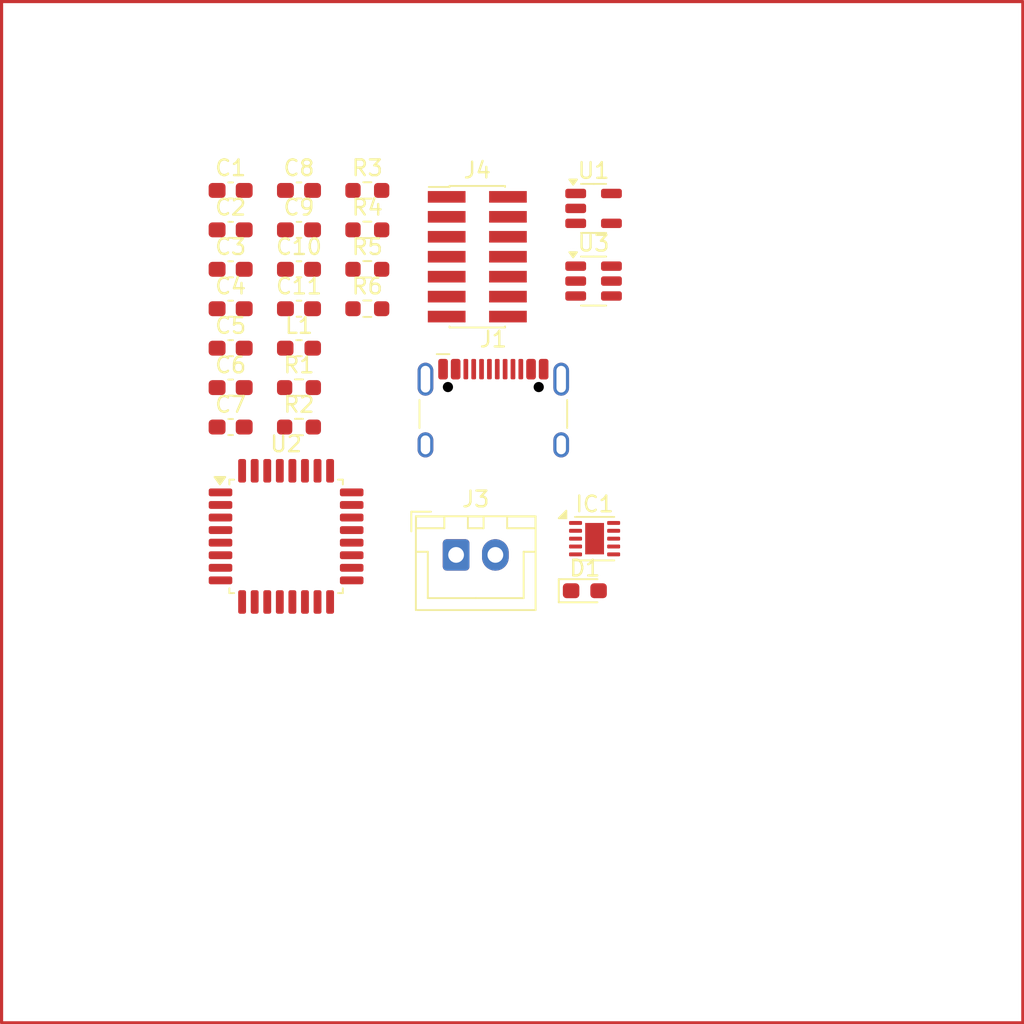
<source format=kicad_pcb>
(kicad_pcb (version 20240108) (generator "pcbnew") (generator_version "8.0")
  (title_block (title "Batterie") (date "2025-03-10") (company "ENSEA") (comment 1 "Léonard NAVIZET") (comment 2 "Clément Servaes"))
  (layers (0 "F.Cu" signal) (31 "B.Cu" signal) (34 "B.Paste" user) (35 "F.Paste" user) (36 "B.SilkS" user "B.Silkscreen") (37 "F.SilkS" user "F.Silkscreen") (38 "B.Mask" user) (39 "F.Mask" user) (44 "Edge.Cuts" user))
  (net 0 "")
  (net 1 "+5V")
  (net 2 "GND")
  (net 3 "SYS")
  (net 4 "BAT")
  (net 5 "+3.3V")
  (net 6 "+3.3VA")
  (net 7 "NRST")
  (net 8 "LED_Status")
  (net 9 "Net-(D1-K)")
  (net 10 "STAT2")
  (net 11 "Net-(IC1-ILIM{slash}VSET)")
  (net 12 "STAT1")
  (net 13 "Charge Enabler")
  (net 14 "Net-(IC1-ISET)")
  (net 15 "Net-(IC1-TS{slash}MR)")
  (net 17 "D_p_1")
  (net 20 "Net-(J1-CC1)")
  (net 21 "Net-(J1-CC2)")
  (net 24 "D_m_1")
  (net 28 "USART2_RX")
  (net 29 "USART2_TX")
  (net 30 "SYS_SWCLK")
  (net 32 "SYS_SWDIO")
  (net 37 "D_m_2")
  (net 47 "D_p_2")
  (footprint "Capacitor_SMD:C_0603_1608Metric_Pad1.08x0.95mm_HandSolder" (layer "F.Cu") (at 134.58 84.53)
    (property "Reference" "C2" (at 0 -1.43 0) (layer "F.SilkS"))
    (property "Value" "10uF")
    (fp_line (start -0.146267 -0.51) (end 0.146267 -0.51) (stroke (width 0.12)) (layer "F.SilkS"))
    (fp_line (start -0.146267 0.51) (end 0.146267 0.51) (stroke (width 0.12)) (layer "F.SilkS"))
    (pad "1" smd roundrect (at -0.8625 0) (size 1.075 0.95) (layers "F.Cu" "F.Paste" "F.Mask") (net 3 "SYS"))
    (pad "2" smd roundrect (at 0.8625 0) (size 1.075 0.95) (layers "F.Cu" "F.Paste" "F.Mask") (net 2 "GND"))
  )
  (footprint "Resistor_SMD:R_0603_1608Metric_Pad0.98x0.95mm_HandSolder" (layer "F.Cu") (at 138.93 94.57)
    (property "Reference" "R1" (at 0 -1.43 0) (layer "F.SilkS"))
    (property "Value" "100 k")
    (fp_line (start -0.254724 -0.5225) (end 0.254724 -0.5225) (stroke (width 0.12)) (layer "F.SilkS"))
    (fp_line (start -0.254724 0.5225) (end 0.254724 0.5225) (stroke (width 0.12)) (layer "F.SilkS"))
    (pad "1" smd roundrect (at -0.9125 0) (size 0.975 0.95) (layers "F.Cu" "F.Paste" "F.Mask") (net 9 "Net-(D1-K)"))
    (pad "2" smd roundrect (at 0.9125 0) (size 0.975 0.95) (layers "F.Cu" "F.Paste" "F.Mask") (net 2 "GND"))
  )
  (footprint "Capacitor_SMD:C_0603_1608Metric_Pad1.08x0.95mm_HandSolder" (layer "F.Cu") (at 138.93 87.04)
    (property "Reference" "C10" (at 0 -1.43 0) (layer "F.SilkS"))
    (property "Value" "100 nF")
    (fp_line (start -0.146267 -0.51) (end 0.146267 -0.51) (stroke (width 0.12)) (layer "F.SilkS"))
    (fp_line (start -0.146267 0.51) (end 0.146267 0.51) (stroke (width 0.12)) (layer "F.SilkS"))
    (pad "1" smd roundrect (at -0.8625 0) (size 1.075 0.95) (layers "F.Cu" "F.Paste" "F.Mask") (net 5 "+3.3V"))
    (pad "2" smd roundrect (at 0.8625 0) (size 1.075 0.95) (layers "F.Cu" "F.Paste" "F.Mask") (net 2 "GND"))
  )
  (footprint "Connector_USB:USB_C_Receptacle_HCTL_HC-TYPE-C-16P-01A" (layer "F.Cu") (at 151.3 97.14)
    (property "Reference" "J1" (at 0 -5.645 0) (layer "F.SilkS"))
    (property "Value" "USB_C_Receptacle_USB2.0_16P")
    (fp_line (start -4.7 -1.78) (end -4.7 0) (stroke (width 0.12)) (layer "F.SilkS"))
    (fp_line (start -2.8 -4.7) (end -3.6 -4.7) (stroke (width 0.12)) (layer "F.SilkS"))
    (fp_line (start 4.7 -1.78) (end 4.7 0) (stroke (width 0.12)) (layer "F.SilkS"))
    (pad "" np_thru_hole circle (at -2.89 -2.605) (size 0.65 0.65) (drill 0.65) (layers "*.Mask"))
    (pad "" np_thru_hole circle (at 2.89 -2.605) (size 0.65 0.65) (drill 0.65) (layers "*.Mask"))
    (pad "A1" smd roundrect (at -3.2 -3.745) (size 0.6 1.3) (layers "F.Cu" "F.Paste" "F.Mask") (net 2 "GND"))
    (pad "A4" smd roundrect (at -2.4 -3.745) (size 0.6 1.3) (layers "F.Cu" "F.Paste" "F.Mask") (net 1 "+5V"))
    (pad "A5" smd roundrect (at -1.25 -3.745) (size 0.3 1.3) (layers "F.Cu" "F.Paste" "F.Mask") (net 20 "Net-(J1-CC1)"))
    (pad "A6" smd roundrect (at -0.25 -3.745) (size 0.3 1.3) (layers "F.Cu" "F.Paste" "F.Mask") (net 17 "D_p_1"))
    (pad "A7" smd roundrect (at 0.25 -3.745) (size 0.3 1.3) (layers "F.Cu" "F.Paste" "F.Mask") (net 24 "D_m_1"))
    (pad "A8" smd roundrect (at 1.25 -3.745) (size 0.3 1.3) (layers "F.Cu" "F.Paste" "F.Mask"))
    (pad "A9" smd roundrect (at 2.4 -3.745) (size 0.6 1.3) (layers "F.Cu" "F.Paste" "F.Mask") (net 1 "+5V"))
    (pad "A12" smd roundrect (at 3.2 -3.745) (size 0.6 1.3) (layers "F.Cu" "F.Paste" "F.Mask") (net 2 "GND"))
    (pad "B1" smd roundrect (at 3.2 -3.745) (size 0.6 1.3) (layers "F.Cu" "F.Paste" "F.Mask") (net 2 "GND"))
    (pad "B4" smd roundrect (at 2.4 -3.745) (size 0.6 1.3) (layers "F.Cu" "F.Paste" "F.Mask") (net 1 "+5V"))
    (pad "B5" smd roundrect (at 1.75 -3.745) (size 0.3 1.3) (layers "F.Cu" "F.Paste" "F.Mask") (net 21 "Net-(J1-CC2)"))
    (pad "B6" smd roundrect (at 0.75 -3.745) (size 0.3 1.3) (layers "F.Cu" "F.Paste" "F.Mask") (net 17 "D_p_1"))
    (pad "B7" smd roundrect (at -0.75 -3.745) (size 0.3 1.3) (layers "F.Cu" "F.Paste" "F.Mask") (net 24 "D_m_1"))
    (pad "B8" smd roundrect (at -1.75 -3.745) (size 0.3 1.3) (layers "F.Cu" "F.Paste" "F.Mask"))
    (pad "B9" smd roundrect (at -2.4 -3.745) (size 0.6 1.3) (layers "F.Cu" "F.Paste" "F.Mask") (net 1 "+5V"))
    (pad "B12" smd roundrect (at -3.2 -3.745) (size 0.6 1.3) (layers "F.Cu" "F.Paste" "F.Mask") (net 2 "GND"))
    (pad "S1" thru_hole oval (at -4.32 -3.105) (size 1 2.1) (drill oval 0.6 1.7) (property pad_prop_heatsink) (layers "*.Cu" "*.Mask"))
    (pad "S1" thru_hole oval (at -4.32 1.075) (size 1 1.6) (drill oval 0.6 1.2) (property pad_prop_heatsink) (layers "*.Cu" "*.Mask"))
    (pad "S1" thru_hole oval (at 4.32 -3.105) (size 1 2.1) (drill oval 0.6 1.7) (property pad_prop_heatsink) (layers "*.Cu" "*.Mask"))
    (pad "S1" thru_hole oval (at 4.32 1.075) (size 1 1.6) (drill oval 0.6 1.2) (property pad_prop_heatsink) (layers "*.Cu" "*.Mask"))
  )
  (footprint "Package_QFP:LQFP-32_7x7mm_P0.8mm" (layer "F.Cu") (at 138.11 104.04)
    (property "Reference" "U2" (at 0 -5.88 0) (layer "F.SilkS"))
    (property "Value" "STM32G431KBTx")
    (fp_line (start -3.61 -3.61) (end -3.61 -3.31) (stroke (width 0.12)) (layer "F.SilkS"))
    (fp_line (start -3.61 3.61) (end -3.61 3.31) (stroke (width 0.12)) (layer "F.SilkS"))
    (fp_line (start -3.31 -3.61) (end -3.61 -3.61) (stroke (width 0.12)) (layer "F.SilkS"))
    (fp_line (start -3.31 3.61) (end -3.61 3.61) (stroke (width 0.12)) (layer "F.SilkS"))
    (fp_line (start 3.31 -3.61) (end 3.61 -3.61) (stroke (width 0.12)) (layer "F.SilkS"))
    (fp_line (start 3.31 3.61) (end 3.61 3.61) (stroke (width 0.12)) (layer "F.SilkS"))
    (fp_line (start 3.61 -3.61) (end 3.61 -3.31) (stroke (width 0.12)) (layer "F.SilkS"))
    (fp_line (start 3.61 3.61) (end 3.61 3.31) (stroke (width 0.12)) (layer "F.SilkS"))
    (fp_poly (pts (xy -4.2125 -3.31) (xy -4.5525 -3.78) (xy -3.8725 -3.78) (xy -4.2125 -3.31)) (stroke (width 0.12)) (fill solid) (layer "F.SilkS"))
    (pad "1" smd roundrect (at -4.175 -2.8) (size 1.5 0.5) (layers "F.Cu" "F.Paste" "F.Mask") (net 5 "+3.3V"))
    (pad "2" smd roundrect (at -4.175 -2) (size 1.5 0.5) (layers "F.Cu" "F.Paste" "F.Mask"))
    (pad "3" smd roundrect (at -4.175 -1.2) (size 1.5 0.5) (layers "F.Cu" "F.Paste" "F.Mask"))
    (pad "4" smd roundrect (at -4.175 -0.4) (size 1.5 0.5) (layers "F.Cu" "F.Paste" "F.Mask") (net 7 "NRST"))
    (pad "5" smd roundrect (at -4.175 0.4) (size 1.5 0.5) (layers "F.Cu" "F.Paste" "F.Mask"))
    (pad "6" smd roundrect (at -4.175 1.2) (size 1.5 0.5) (layers "F.Cu" "F.Paste" "F.Mask"))
    (pad "7" smd roundrect (at -4.175 2) (size 1.5 0.5) (layers "F.Cu" "F.Paste" "F.Mask") (net 29 "USART2_TX"))
    (pad "8" smd roundrect (at -4.175 2.8) (size 1.5 0.5) (layers "F.Cu" "F.Paste" "F.Mask") (net 28 "USART2_RX"))
    (pad "9" smd roundrect (at -2.8 4.175) (size 0.5 1.5) (layers "F.Cu" "F.Paste" "F.Mask"))
    (pad "10" smd roundrect (at -2 4.175) (size 0.5 1.5) (layers "F.Cu" "F.Paste" "F.Mask"))
    (pad "11" smd roundrect (at -1.2 4.175) (size 0.5 1.5) (layers "F.Cu" "F.Paste" "F.Mask"))
    (pad "12" smd roundrect (at -0.4 4.175) (size 0.5 1.5) (layers "F.Cu" "F.Paste" "F.Mask") (net 8 "LED_Status"))
    (pad "13" smd roundrect (at 0.4 4.175) (size 0.5 1.5) (layers "F.Cu" "F.Paste" "F.Mask"))
    (pad "14" smd roundrect (at 1.2 4.175) (size 0.5 1.5) (layers "F.Cu" "F.Paste" "F.Mask") (net 2 "GND"))
    (pad "15" smd roundrect (at 2 4.175) (size 0.5 1.5) (layers "F.Cu" "F.Paste" "F.Mask") (net 6 "+3.3VA"))
    (pad "16" smd roundrect (at 2.8 4.175) (size 0.5 1.5) (layers "F.Cu" "F.Paste" "F.Mask") (net 2 "GND"))
    (pad "17" smd roundrect (at 4.175 2.8) (size 1.5 0.5) (layers "F.Cu" "F.Paste" "F.Mask") (net 5 "+3.3V"))
    (pad "18" smd roundrect (at 4.175 2) (size 1.5 0.5) (layers "F.Cu" "F.Paste" "F.Mask"))
    (pad "19" smd roundrect (at 4.175 1.2) (size 1.5 0.5) (layers "F.Cu" "F.Paste" "F.Mask"))
    (pad "20" smd roundrect (at 4.175 0.4) (size 1.5 0.5) (layers "F.Cu" "F.Paste" "F.Mask"))
    (pad "21" smd roundrect (at 4.175 -0.4) (size 1.5 0.5) (layers "F.Cu" "F.Paste" "F.Mask") (net 37 "D_m_2"))
    (pad "22" smd roundrect (at 4.175 -1.2) (size 1.5 0.5) (layers "F.Cu" "F.Paste" "F.Mask") (net 47 "D_p_2"))
    (pad "23" smd roundrect (at 4.175 -2) (size 1.5 0.5) (layers "F.Cu" "F.Paste" "F.Mask") (net 32 "SYS_SWDIO"))
    (pad "24" smd roundrect (at 4.175 -2.8) (size 1.5 0.5) (layers "F.Cu" "F.Paste" "F.Mask") (net 30 "SYS_SWCLK"))
    (pad "25" smd roundrect (at 2.8 -4.175) (size 0.5 1.5) (layers "F.Cu" "F.Paste" "F.Mask"))
    (pad "26" smd roundrect (at 2 -4.175) (size 0.5 1.5) (layers "F.Cu" "F.Paste" "F.Mask"))
    (pad "27" smd roundrect (at 1.2 -4.175) (size 0.5 1.5) (layers "F.Cu" "F.Paste" "F.Mask"))
    (pad "28" smd roundrect (at 0.4 -4.175) (size 0.5 1.5) (layers "F.Cu" "F.Paste" "F.Mask"))
    (pad "29" smd roundrect (at -0.4 -4.175) (size 0.5 1.5) (layers "F.Cu" "F.Paste" "F.Mask"))
    (pad "30" smd roundrect (at -1.2 -4.175) (size 0.5 1.5) (layers "F.Cu" "F.Paste" "F.Mask"))
    (pad "31" smd roundrect (at -2 -4.175) (size 0.5 1.5) (layers "F.Cu" "F.Paste" "F.Mask"))
    (pad "32" smd roundrect (at -2.8 -4.175) (size 0.5 1.5) (layers "F.Cu" "F.Paste" "F.Mask") (net 2 "GND"))
  )
  (footprint "Resistor_SMD:R_0603_1608Metric_Pad0.98x0.95mm_HandSolder" (layer "F.Cu") (at 143.28 87.04)
    (property "Reference" "R5" (at 0 -1.43 0) (layer "F.SilkS"))
    (property "Value" "300")
    (fp_line (start -0.254724 -0.5225) (end 0.254724 -0.5225) (stroke (width 0.12)) (layer "F.SilkS"))
    (fp_line (start -0.254724 0.5225) (end 0.254724 0.5225) (stroke (width 0.12)) (layer "F.SilkS"))
    (pad "1" smd roundrect (at -0.9125 0) (size 0.975 0.95) (layers "F.Cu" "F.Paste" "F.Mask") (net 14 "Net-(IC1-ISET)"))
    (pad "2" smd roundrect (at 0.9125 0) (size 0.975 0.95) (layers "F.Cu" "F.Paste" "F.Mask") (net 2 "GND"))
  )
  (footprint "Capacitor_SMD:C_0603_1608Metric_Pad1.08x0.95mm_HandSolder" (layer "F.Cu") (at 134.58 89.55)
    (property "Reference" "C4" (at 0 -1.43 0) (layer "F.SilkS"))
    (property "Value" "1 µ")
    (fp_line (start -0.146267 -0.51) (end 0.146267 -0.51) (stroke (width 0.12)) (layer "F.SilkS"))
    (fp_line (start -0.146267 0.51) (end 0.146267 0.51) (stroke (width 0.12)) (layer "F.SilkS"))
    (pad "1" smd roundrect (at -0.8625 0) (size 1.075 0.95) (layers "F.Cu" "F.Paste" "F.Mask") (net 1 "+5V"))
    (pad "2" smd roundrect (at 0.8625 0) (size 1.075 0.95) (layers "F.Cu" "F.Paste" "F.Mask") (net 2 "GND"))
  )
  (footprint "Capacitor_SMD:C_0603_1608Metric_Pad1.08x0.95mm_HandSolder" (layer "F.Cu") (at 138.93 89.55)
    (property "Reference" "C11" (at 0 -1.43 0) (layer "F.SilkS"))
    (property "Value" "100uF")
    (fp_line (start -0.146267 -0.51) (end 0.146267 -0.51) (stroke (width 0.12)) (layer "F.SilkS"))
    (fp_line (start -0.146267 0.51) (end 0.146267 0.51) (stroke (width 0.12)) (layer "F.SilkS"))
    (pad "1" smd roundrect (at -0.8625 0) (size 1.075 0.95) (layers "F.Cu" "F.Paste" "F.Mask") (net 7 "NRST"))
    (pad "2" smd roundrect (at 0.8625 0) (size 1.075 0.95) (layers "F.Cu" "F.Paste" "F.Mask") (net 2 "GND"))
  )
  (footprint "Capacitor_SMD:C_0603_1608Metric_Pad1.08x0.95mm_HandSolder" (layer "F.Cu") (at 134.58 82.02)
    (property "Reference" "C1" (at 0 -1.43 0) (layer "F.SilkS"))
    (property "Value" "1uF")
    (fp_line (start -0.146267 -0.51) (end 0.146267 -0.51) (stroke (width 0.12)) (layer "F.SilkS"))
    (fp_line (start -0.146267 0.51) (end 0.146267 0.51) (stroke (width 0.12)) (layer "F.SilkS"))
    (pad "1" smd roundrect (at -0.8625 0) (size 1.075 0.95) (layers "F.Cu" "F.Paste" "F.Mask") (net 1 "+5V"))
    (pad "2" smd roundrect (at 0.8625 0) (size 1.075 0.95) (layers "F.Cu" "F.Paste" "F.Mask") (net 2 "GND"))
  )
  (footprint "Inductor_SMD:L_0603_1608Metric_Pad1.05x0.95mm_HandSolder" (layer "F.Cu") (at 138.93 92.06)
    (property "Reference" "L1" (at 0 -1.43 0) (layer "F.SilkS"))
    (property "Value" "39 nH")
    (fp_line (start -0.171267 -0.51) (end 0.171267 -0.51) (stroke (width 0.12)) (layer "F.SilkS"))
    (fp_line (start -0.171267 0.51) (end 0.171267 0.51) (stroke (width 0.12)) (layer "F.SilkS"))
    (pad "1" smd roundrect (at -0.875 0) (size 1.05 0.95) (layers "F.Cu" "F.Paste" "F.Mask") (net 6 "+3.3VA"))
    (pad "2" smd roundrect (at 0.875 0) (size 1.05 0.95) (layers "F.Cu" "F.Paste" "F.Mask") (net 5 "+3.3V"))
  )
  (footprint "Resistor_SMD:R_0603_1608Metric_Pad0.98x0.95mm_HandSolder" (layer "F.Cu") (at 143.28 84.53)
    (property "Reference" "R4" (at 0 -1.43 0) (layer "F.SilkS"))
    (property "Value" "5.1k")
    (fp_line (start -0.254724 -0.5225) (end 0.254724 -0.5225) (stroke (width 0.12)) (layer "F.SilkS"))
    (fp_line (start -0.254724 0.5225) (end 0.254724 0.5225) (stroke (width 0.12)) (layer "F.SilkS"))
    (pad "1" smd roundrect (at -0.9125 0) (size 0.975 0.95) (layers "F.Cu" "F.Paste" "F.Mask") (net 2 "GND"))
    (pad "2" smd roundrect (at 0.9125 0) (size 0.975 0.95) (layers "F.Cu" "F.Paste" "F.Mask") (net 21 "Net-(J1-CC2)"))
  )
  (footprint "Capacitor_SMD:C_0603_1608Metric_Pad1.08x0.95mm_HandSolder" (layer "F.Cu") (at 134.58 97.08)
    (property "Reference" "C7" (at 0 -1.43 0) (layer "F.SilkS"))
    (property "Value" "4.7 µF")
    (fp_line (start -0.146267 -0.51) (end 0.146267 -0.51) (stroke (width 0.12)) (layer "F.SilkS"))
    (fp_line (start -0.146267 0.51) (end 0.146267 0.51) (stroke (width 0.12)) (layer "F.SilkS"))
    (pad "1" smd roundrect (at -0.8625 0) (size 1.075 0.95) (layers "F.Cu" "F.Paste" "F.Mask") (net 5 "+3.3V"))
    (pad "2" smd roundrect (at 0.8625 0) (size 1.075 0.95) (layers "F.Cu" "F.Paste" "F.Mask") (net 2 "GND"))
  )
  (footprint "Capacitor_SMD:C_0603_1608Metric_Pad1.08x0.95mm_HandSolder" (layer "F.Cu") (at 134.58 92.06)
    (property "Reference" "C5" (at 0 -1.43 0) (layer "F.SilkS"))
    (property "Value" "1 µ")
    (fp_line (start -0.146267 -0.51) (end 0.146267 -0.51) (stroke (width 0.12)) (layer "F.SilkS"))
    (fp_line (start -0.146267 0.51) (end 0.146267 0.51) (stroke (width 0.12)) (layer "F.SilkS"))
    (pad "1" smd roundrect (at -0.8625 0) (size 1.075 0.95) (layers "F.Cu" "F.Paste" "F.Mask") (net 5 "+3.3V"))
    (pad "2" smd roundrect (at 0.8625 0) (size 1.075 0.95) (layers "F.Cu" "F.Paste" "F.Mask") (net 2 "GND"))
  )
  (footprint "Capacitor_SMD:C_0603_1608Metric_Pad1.08x0.95mm_HandSolder" (layer "F.Cu") (at 134.58 87.04)
    (property "Reference" "C3" (at 0 -1.43 0) (layer "F.SilkS"))
    (property "Value" "10uF")
    (fp_line (start -0.146267 -0.51) (end 0.146267 -0.51) (stroke (width 0.12)) (layer "F.SilkS"))
    (fp_line (start -0.146267 0.51) (end 0.146267 0.51) (stroke (width 0.12)) (layer "F.SilkS"))
    (pad "1" smd roundrect (at -0.8625 0) (size 1.075 0.95) (layers "F.Cu" "F.Paste" "F.Mask") (net 2 "GND"))
    (pad "2" smd roundrect (at 0.8625 0) (size 1.075 0.95) (layers "F.Cu" "F.Paste" "F.Mask") (net 4 "BAT"))
  )
  (footprint "Resistor_SMD:R_0603_1608Metric_Pad0.98x0.95mm_HandSolder" (layer "F.Cu") (at 143.28 89.55)
    (property "Reference" "R6" (at 0 -1.43 0) (layer "F.SilkS"))
    (property "Value" "6.8 k")
    (fp_line (start -0.254724 -0.5225) (end 0.254724 -0.5225) (stroke (width 0.12)) (layer "F.SilkS"))
    (fp_line (start -0.254724 0.5225) (end 0.254724 0.5225) (stroke (width 0.12)) (layer "F.SilkS"))
    (pad "1" smd roundrect (at -0.9125 0) (size 0.975 0.95) (layers "F.Cu" "F.Paste" "F.Mask") (net 11 "Net-(IC1-ILIM{slash}VSET)"))
    (pad "2" smd roundrect (at 0.9125 0) (size 0.975 0.95) (layers "F.Cu" "F.Paste" "F.Mask") (net 2 "GND"))
  )
  (footprint "LED_SMD:LED_0603_1608Metric_Pad1.05x0.95mm_HandSolder" (layer "F.Cu") (at 157.125 107.5)
    (property "Reference" "D1" (at 0 -1.43 0) (layer "F.SilkS"))
    (property "Value" "Green_LED")
    (fp_line (start -1.66 -0.735) (end -1.66 0.735) (stroke (width 0.12)) (layer "F.SilkS"))
    (fp_line (start -1.66 0.735) (end 0.8 0.735) (stroke (width 0.12)) (layer "F.SilkS"))
    (fp_line (start 0.8 -0.735) (end -1.66 -0.735) (stroke (width 0.12)) (layer "F.SilkS"))
    (pad "1" smd roundrect (at -0.875 0) (size 1.05 0.95) (layers "F.Cu" "F.Paste" "F.Mask") (net 9 "Net-(D1-K)"))
    (pad "2" smd roundrect (at 0.875 0) (size 1.05 0.95) (layers "F.Cu" "F.Paste" "F.Mask") (net 8 "LED_Status"))
  )
  (footprint "Package_TO_SOT_SMD:SOT-23-6" (layer "F.Cu") (at 157.68 87.79)
    (property "Reference" "U3" (at 0 -2.4 0) (layer "F.SilkS"))
    (property "Value" "USBLC6-2SC6")
    (fp_line (start 0 -1.56) (end -0.8 -1.56) (stroke (width 0.12)) (layer "F.SilkS"))
    (fp_line (start 0 -1.56) (end 0.8 -1.56) (stroke (width 0.12)) (layer "F.SilkS"))
    (fp_line (start 0 1.56) (end -0.8 1.56) (stroke (width 0.12)) (layer "F.SilkS"))
    (fp_line (start 0 1.56) (end 0.8 1.56) (stroke (width 0.12)) (layer "F.SilkS"))
    (fp_poly (pts (xy -1.3 -1.51) (xy -1.54 -1.84) (xy -1.06 -1.84) (xy -1.3 -1.51)) (stroke (width 0.12)) (fill solid) (layer "F.SilkS"))
    (pad "1" smd roundrect (at -1.1375 -0.95) (size 1.325 0.6) (layers "F.Cu" "F.Paste" "F.Mask") (net 17 "D_p_1"))
    (pad "2" smd roundrect (at -1.1375 0) (size 1.325 0.6) (layers "F.Cu" "F.Paste" "F.Mask") (net 2 "GND"))
    (pad "3" smd roundrect (at -1.1375 0.95) (size 1.325 0.6) (layers "F.Cu" "F.Paste" "F.Mask") (net 24 "D_m_1"))
    (pad "4" smd roundrect (at 1.1375 0.95) (size 1.325 0.6) (layers "F.Cu" "F.Paste" "F.Mask") (net 47 "D_p_2"))
    (pad "5" smd roundrect (at 1.1375 0) (size 1.325 0.6) (layers "F.Cu" "F.Paste" "F.Mask") (net 1 "+5V"))
    (pad "6" smd roundrect (at 1.1375 -0.95) (size 1.325 0.6) (layers "F.Cu" "F.Paste" "F.Mask") (net 37 "D_m_2"))
  )
  (footprint "Capacitor_SMD:C_0603_1608Metric_Pad1.08x0.95mm_HandSolder" (layer "F.Cu") (at 134.58 94.57)
    (property "Reference" "C6" (at 0 -1.43 0) (layer "F.SilkS"))
    (property "Value" "1 µF")
    (fp_line (start -0.146267 -0.51) (end 0.146267 -0.51) (stroke (width 0.12)) (layer "F.SilkS"))
    (fp_line (start -0.146267 0.51) (end 0.146267 0.51) (stroke (width 0.12)) (layer "F.SilkS"))
    (pad "1" smd roundrect (at -0.8625 0) (size 1.075 0.95) (layers "F.Cu" "F.Paste" "F.Mask") (net 6 "+3.3VA"))
    (pad "2" smd roundrect (at 0.8625 0) (size 1.075 0.95) (layers "F.Cu" "F.Paste" "F.Mask") (net 2 "GND"))
  )
  (footprint "Package_TO_SOT_SMD:SOT-23-5" (layer "F.Cu") (at 157.68 83.165)
    (property "Reference" "U1" (at 0 -2.4 0) (layer "F.SilkS"))
    (property "Value" "BU33SD5WG-TR")
    (fp_line (start 0 -1.56) (end -0.8 -1.56) (stroke (width 0.12)) (layer "F.SilkS"))
    (fp_line (start 0 -1.56) (end 0.8 -1.56) (stroke (width 0.12)) (layer "F.SilkS"))
    (fp_line (start 0 1.56) (end -0.8 1.56) (stroke (width 0.12)) (layer "F.SilkS"))
    (fp_line (start 0 1.56) (end 0.8 1.56) (stroke (width 0.12)) (layer "F.SilkS"))
    (fp_poly (pts (xy -1.3 -1.51) (xy -1.54 -1.84) (xy -1.06 -1.84) (xy -1.3 -1.51)) (stroke (width 0.12)) (fill solid) (layer "F.SilkS"))
    (pad "1" smd roundrect (at -1.1375 -0.95) (size 1.325 0.6) (layers "F.Cu" "F.Paste" "F.Mask") (net 1 "+5V"))
    (pad "2" smd roundrect (at -1.1375 0) (size 1.325 0.6) (layers "F.Cu" "F.Paste" "F.Mask") (net 2 "GND"))
    (pad "3" smd roundrect (at -1.1375 0.95) (size 1.325 0.6) (layers "F.Cu" "F.Paste" "F.Mask") (net 1 "+5V"))
    (pad "4" smd roundrect (at 1.1375 0.95) (size 1.325 0.6) (layers "F.Cu" "F.Paste" "F.Mask"))
    (pad "5" smd roundrect (at 1.1375 -0.95) (size 1.325 0.6) (layers "F.Cu" "F.Paste" "F.Mask") (net 5 "+3.3V"))
  )
  (footprint "Capacitor_SMD:C_0603_1608Metric_Pad1.08x0.95mm_HandSolder" (layer "F.Cu") (at 138.93 82.02)
    (property "Reference" "C8" (at 0 -1.43 0) (layer "F.SilkS"))
    (property "Value" "10 nF")
    (fp_line (start -0.146267 -0.51) (end 0.146267 -0.51) (stroke (width 0.12)) (layer "F.SilkS"))
    (fp_line (start -0.146267 0.51) (end 0.146267 0.51) (stroke (width 0.12)) (layer "F.SilkS"))
    (pad "1" smd roundrect (at -0.8625 0) (size 1.075 0.95) (layers "F.Cu" "F.Paste" "F.Mask") (net 6 "+3.3VA"))
    (pad "2" smd roundrect (at 0.8625 0) (size 1.075 0.95) (layers "F.Cu" "F.Paste" "F.Mask") (net 2 "GND"))
  )
  (footprint "Package_SON:WSON-10-1EP_2.5x2.5mm_P0.5mm_EP1.2x2mm" (layer "F.Cu") (at 157.745 104.185)
    (property "Reference" "IC1" (at 0 -2.2 0) (layer "F.SilkS"))
    (property "Value" "BQ25185DLHR")
    (fp_line (start -1.25 -1.385) (end 1.25 -1.385) (stroke (width 0.12)) (layer "F.SilkS"))
    (fp_line (start -1.25 1.385) (end 1.25 1.385) (stroke (width 0.12)) (layer "F.SilkS"))
    (fp_poly (pts (xy -1.8 -1.3) (xy -2.28 -1.3) (xy -1.8 -1.78) (xy -1.8 -1.3)) (stroke (width 0.12)) (fill solid) (layer "F.SilkS"))
    (pad "1" smd roundrect (at -1.2125 -1) (size 0.825 0.25) (layers "F.Cu" "F.Paste" "F.Mask") (net 3 "SYS"))
    (pad "2" smd roundrect (at -1.2125 -0.5) (size 0.825 0.25) (layers "F.Cu" "F.Paste" "F.Mask") (net 4 "BAT"))
    (pad "3" smd roundrect (at -1.2125 0) (size 0.825 0.25) (layers "F.Cu" "F.Paste" "F.Mask") (net 10 "STAT2"))
    (pad "4" smd roundrect (at -1.2125 0.5) (size 0.825 0.25) (layers "F.Cu" "F.Paste" "F.Mask") (net 13 "Charge Enabler"))
    (pad "5" smd roundrect (at -1.2125 1) (size 0.825 0.25) (layers "F.Cu" "F.Paste" "F.Mask") (net 2 "GND"))
    (pad "6" smd roundrect (at 1.2125 1) (size 0.825 0.25) (layers "F.Cu" "F.Paste" "F.Mask") (net 15 "Net-(IC1-TS{slash}MR)"))
    (pad "7" smd roundrect (at 1.2125 0.5) (size 0.825 0.25) (layers "F.Cu" "F.Paste" "F.Mask") (net 11 "Net-(IC1-ILIM{slash}VSET)"))
    (pad "8" smd roundrect (at 1.2125 0) (size 0.825 0.25) (layers "F.Cu" "F.Paste" "F.Mask") (net 14 "Net-(IC1-ISET)"))
    (pad "9" smd roundrect (at 1.2125 -0.5) (size 0.825 0.25) (layers "F.Cu" "F.Paste" "F.Mask") (net 12 "STAT1"))
    (pad "10" smd roundrect (at 1.2125 -1) (size 0.825 0.25) (layers "F.Cu" "F.Paste" "F.Mask") (net 1 "+5V"))
    (pad "11" smd rect (at 0 0) (size 1.2 2) (property pad_prop_heatsink) (layers "F.Cu" "F.Mask") (net 2 "GND"))
  )
  (footprint "Connector_JST:JST_XH_B2B-XH-A_1x02_P2.50mm_Vertical" (layer "F.Cu") (at 148.93 105.22)
    (property "Reference" "J3" (at 1.25 -3.55 0) (layer "F.SilkS"))
    (property "Value" "Conn_01x02")
    (fp_line (start -2.85 -2.75) (end -2.85 -1.5) (stroke (width 0.12)) (layer "F.SilkS"))
    (fp_line (start -2.56 -2.46) (end -2.56 3.51) (stroke (width 0.12)) (layer "F.SilkS"))
    (fp_line (start -2.56 3.51) (end 5.06 3.51) (stroke (width 0.12)) (layer "F.SilkS"))
    (fp_line (start -2.55 -2.45) (end -2.55 -1.7) (stroke (width 0.12)) (layer "F.SilkS"))
    (fp_line (start -2.55 -1.7) (end -0.75 -1.7) (stroke (width 0.12)) (layer "F.SilkS"))
    (fp_line (start -2.55 -0.2) (end -1.8 -0.2) (stroke (width 0.12)) (layer "F.SilkS"))
    (fp_line (start -1.8 -0.2) (end -1.8 2.75) (stroke (width 0.12)) (layer "F.SilkS"))
    (fp_line (start -1.8 2.75) (end 1.25 2.75) (stroke (width 0.12)) (layer "F.SilkS"))
    (fp_line (start -1.6 -2.75) (end -2.85 -2.75) (stroke (width 0.12)) (layer "F.SilkS"))
    (fp_line (start -0.75 -2.45) (end -2.55 -2.45) (stroke (width 0.12)) (layer "F.SilkS"))
    (fp_line (start -0.75 -1.7) (end -0.75 -2.45) (stroke (width 0.12)) (layer "F.SilkS"))
    (fp_line (start 0.75 -2.45) (end 0.75 -1.7) (stroke (width 0.12)) (layer "F.SilkS"))
    (fp_line (start 0.75 -1.7) (end 1.75 -1.7) (stroke (width 0.12)) (layer "F.SilkS"))
    (fp_line (start 1.75 -2.45) (end 0.75 -2.45) (stroke (width 0.12)) (layer "F.SilkS"))
    (fp_line (start 1.75 -1.7) (end 1.75 -2.45) (stroke (width 0.12)) (layer "F.SilkS"))
    (fp_line (start 3.25 -2.45) (end 3.25 -1.7) (stroke (width 0.12)) (layer "F.SilkS"))
    (fp_line (start 3.25 -1.7) (end 5.05 -1.7) (stroke (width 0.12)) (layer "F.SilkS"))
    (fp_line (start 4.3 -0.2) (end 4.3 2.75) (stroke (width 0.12)) (layer "F.SilkS"))
    (fp_line (start 4.3 2.75) (end 1.25 2.75) (stroke (width 0.12)) (layer "F.SilkS"))
    (fp_line (start 5.05 -2.45) (end 3.25 -2.45) (stroke (width 0.12)) (layer "F.SilkS"))
    (fp_line (start 5.05 -1.7) (end 5.05 -2.45) (stroke (width 0.12)) (layer "F.SilkS"))
    (fp_line (start 5.05 -0.2) (end 4.3 -0.2) (stroke (width 0.12)) (layer "F.SilkS"))
    (fp_line (start 5.06 -2.46) (end -2.56 -2.46) (stroke (width 0.12)) (layer "F.SilkS"))
    (fp_line (start 5.06 3.51) (end 5.06 -2.46) (stroke (width 0.12)) (layer "F.SilkS"))
    (pad "1" thru_hole roundrect (at 0 0) (size 1.7 2) (drill 1) (layers "*.Cu" "*.Mask") (roundrect_rratio 0.147059) (net 1 "+5V"))
    (pad "2" thru_hole oval (at 2.5 0) (size 1.7 2) (drill 1) (layers "*.Cu" "*.Mask") (net 2 "GND"))
  )
  (footprint "Capacitor_SMD:C_0603_1608Metric_Pad1.08x0.95mm_HandSolder" (layer "F.Cu") (at 138.93 84.53)
    (property "Reference" "C9" (at 0 -1.43 0) (layer "F.SilkS"))
    (property "Value" "100 nF")
    (fp_line (start -0.146267 -0.51) (end 0.146267 -0.51) (stroke (width 0.12)) (layer "F.SilkS"))
    (fp_line (start -0.146267 0.51) (end 0.146267 0.51) (stroke (width 0.12)) (layer "F.SilkS"))
    (pad "1" smd roundrect (at -0.8625 0) (size 1.075 0.95) (layers "F.Cu" "F.Paste" "F.Mask") (net 5 "+3.3V"))
    (pad "2" smd roundrect (at 0.8625 0) (size 1.075 0.95) (layers "F.Cu" "F.Paste" "F.Mask") (net 2 "GND"))
  )
  (footprint "Resistor_SMD:R_0603_1608Metric_Pad0.98x0.95mm_HandSolder" (layer "F.Cu") (at 143.28 82.02)
    (property "Reference" "R3" (at 0 -1.43 0) (layer "F.SilkS"))
    (property "Value" "10 k")
    (fp_line (start -0.254724 -0.5225) (end 0.254724 -0.5225) (stroke (width 0.12)) (layer "F.SilkS"))
    (fp_line (start -0.254724 0.5225) (end 0.254724 0.5225) (stroke (width 0.12)) (layer "F.SilkS"))
    (pad "1" smd roundrect (at -0.9125 0) (size 0.975 0.95) (layers "F.Cu" "F.Paste" "F.Mask") (net 15 "Net-(IC1-TS{slash}MR)"))
    (pad "2" smd roundrect (at 0.9125 0) (size 0.975 0.95) (layers "F.Cu" "F.Paste" "F.Mask") (net 2 "GND"))
  )
  (footprint "Resistor_SMD:R_0603_1608Metric_Pad0.98x0.95mm_HandSolder" (layer "F.Cu") (at 138.93 97.08)
    (property "Reference" "R2" (at 0 -1.43 0) (layer "F.SilkS"))
    (property "Value" "5.1k")
    (fp_line (start -0.254724 -0.5225) (end 0.254724 -0.5225) (stroke (width 0.12)) (layer "F.SilkS"))
    (fp_line (start -0.254724 0.5225) (end 0.254724 0.5225) (stroke (width 0.12)) (layer "F.SilkS"))
    (pad "1" smd roundrect (at -0.9125 0) (size 0.975 0.95) (layers "F.Cu" "F.Paste" "F.Mask") (net 20 "Net-(J1-CC1)"))
    (pad "2" smd roundrect (at 0.9125 0) (size 0.975 0.95) (layers "F.Cu" "F.Paste" "F.Mask") (net 2 "GND"))
  )
  (footprint "Connector_PinHeader_1.27mm:PinHeader_2x07_P1.27mm_Vertical_SMD" (layer "F.Cu") (at 150.28 86.24)
    (property "Reference" "J4" (at 0 -5.505 0) (layer "F.SilkS"))
    (property "Value" "Conn_ST_STDC14")
    (fp_line (start -3.09 -4.44) (end -1.765 -4.44) (stroke (width 0.12)) (layer "F.SilkS"))
    (fp_line (start -1.765 -4.505) (end -1.765 -4.44) (stroke (width 0.12)) (layer "F.SilkS"))
    (fp_line (start -1.765 -4.505) (end 1.765 -4.505) (stroke (width 0.12)) (layer "F.SilkS"))
    (fp_line (start -1.765 4.44) (end -1.765 4.505) (stroke (width 0.12)) (layer "F.SilkS"))
    (fp_line (start -1.765 4.505) (end 1.765 4.505) (stroke (width 0.12)) (layer "F.SilkS"))
    (fp_line (start 1.765 -4.505) (end 1.765 -4.44) (stroke (width 0.12)) (layer "F.SilkS"))
    (fp_line (start 1.765 4.44) (end 1.765 4.505) (stroke (width 0.12)) (layer "F.SilkS"))
    (pad "1" smd rect (at -1.95 -3.81) (size 2.4 0.74) (layers "F.Cu" "F.Paste" "F.Mask"))
    (pad "2" smd rect (at 1.95 -3.81) (size 2.4 0.74) (layers "F.Cu" "F.Paste" "F.Mask"))
    (pad "3" smd rect (at -1.95 -2.54) (size 2.4 0.74) (layers "F.Cu" "F.Paste" "F.Mask") (net 5 "+3.3V"))
    (pad "4" smd rect (at 1.95 -2.54) (size 2.4 0.74) (layers "F.Cu" "F.Paste" "F.Mask") (net 32 "SYS_SWDIO"))
    (pad "5" smd rect (at -1.95 -1.27) (size 2.4 0.74) (layers "F.Cu" "F.Paste" "F.Mask") (net 2 "GND"))
    (pad "6" smd rect (at 1.95 -1.27) (size 2.4 0.74) (layers "F.Cu" "F.Paste" "F.Mask") (net 30 "SYS_SWCLK"))
    (pad "7" smd rect (at -1.95 0) (size 2.4 0.74) (layers "F.Cu" "F.Paste" "F.Mask") (net 2 "GND"))
    (pad "8" smd rect (at 1.95 0) (size 2.4 0.74) (layers "F.Cu" "F.Paste" "F.Mask"))
    (pad "9" smd rect (at -1.95 1.27) (size 2.4 0.74) (layers "F.Cu" "F.Paste" "F.Mask"))
    (pad "10" smd rect (at 1.95 1.27) (size 2.4 0.74) (layers "F.Cu" "F.Paste" "F.Mask"))
    (pad "11" smd rect (at -1.95 2.54) (size 2.4 0.74) (layers "F.Cu" "F.Paste" "F.Mask") (net 2 "GND"))
    (pad "12" smd rect (at 1.95 2.54) (size 2.4 0.74) (layers "F.Cu" "F.Paste" "F.Mask") (net 7 "NRST"))
    (pad "13" smd rect (at -1.95 3.81) (size 2.4 0.74) (layers "F.Cu" "F.Paste" "F.Mask") (net 28 "USART2_RX"))
    (pad "14" smd rect (at 1.95 3.81) (size 2.4 0.74) (layers "F.Cu" "F.Paste" "F.Mask") (net 29 "USART2_TX"))
  )
  (gr_rect (start 120 70) (end 185 135) (stroke (width 0.2)) (fill none) (layer "F.Cu"))
)
</source>
